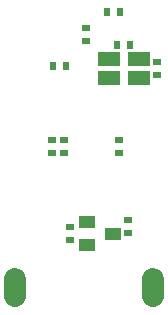
<source format=gbp>
From b7320a6b586e8cf12ea126e7ed4320e6d9f53e99 Mon Sep 17 00:00:00 2001
From: opiopan <opiopan@gmail.com>
Date: Mon, 1 Apr 2019 21:26:26 +0900
Subject: add examples

---
 examples/inputs/rcstick-f-small.GBP | 58 +++++++++++++++++++++++++++++++++++++
 1 file changed, 58 insertions(+)
 create mode 100644 examples/inputs/rcstick-f-small.GBP

(limited to 'examples/inputs/rcstick-f-small.GBP')

diff --git a/examples/inputs/rcstick-f-small.GBP b/examples/inputs/rcstick-f-small.GBP
new file mode 100644
index 0000000..67b4732
--- /dev/null
+++ b/examples/inputs/rcstick-f-small.GBP
@@ -0,0 +1,58 @@
+G04 EAGLE Gerber RS-274X export*
+G75*
+%MOMM*%
+%FSLAX34Y34*%
+%LPD*%
+%INSolder paste bottom*%
+%IPPOS*%
+%AMOC8*
+5,1,8,0,0,1.08239X$1,22.5*%
+G01*
+%ADD10R,0.700000X0.600000*%
+%ADD11R,0.600000X0.700000*%
+%ADD12C,1.900000*%
+%ADD13R,1.400000X1.000000*%
+%ADD14R,1.900000X1.200000*%
+
+
+D10*
+X114300Y73240D03*
+X114300Y84240D03*
+D11*
+X61380Y214630D03*
+X50380Y214630D03*
+D10*
+X78740Y235800D03*
+X78740Y246800D03*
+D11*
+X96100Y260350D03*
+X107100Y260350D03*
+D10*
+X64770Y77890D03*
+X64770Y66890D03*
+X106680Y151550D03*
+X106680Y140550D03*
+X59690Y151550D03*
+X59690Y140550D03*
+X49530Y151550D03*
+X49530Y140550D03*
+X138430Y206590D03*
+X138430Y217590D03*
+D11*
+X104990Y232410D03*
+X115990Y232410D03*
+D12*
+X18500Y34350D02*
+X18500Y19350D01*
+X135500Y19350D02*
+X135500Y34350D01*
+D13*
+X101170Y72390D03*
+X79170Y81890D03*
+X79170Y62890D03*
+D14*
+X123090Y204090D03*
+X97890Y204090D03*
+X97890Y220090D03*
+X123090Y220090D03*
+M02*
-- 
cgit 


</source>
